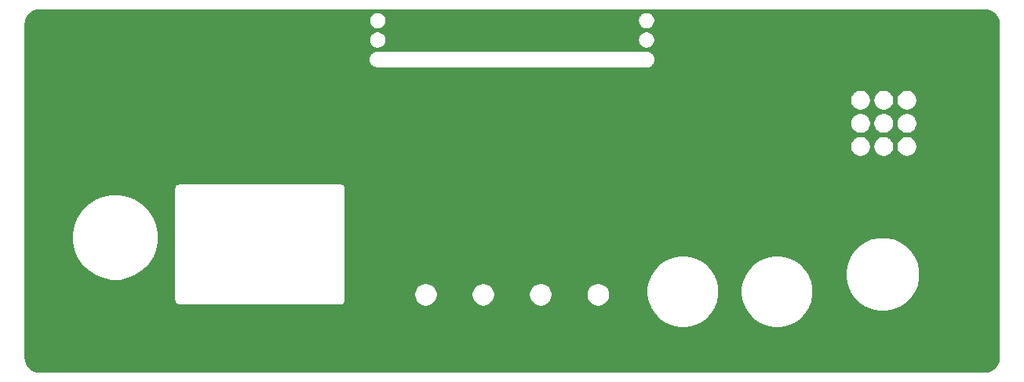
<source format=gtl>
G04 #@! TF.GenerationSoftware,KiCad,Pcbnew,5.1.5-52549c5~84~ubuntu18.04.1*
G04 #@! TF.CreationDate,2020-03-18T22:27:28-07:00*
G04 #@! TF.ProjectId,endcap,656e6463-6170-42e6-9b69-6361645f7063,rev?*
G04 #@! TF.SameCoordinates,PX2faf080PY3dfd240*
G04 #@! TF.FileFunction,Copper,L1,Top*
G04 #@! TF.FilePolarity,Positive*
%FSLAX46Y46*%
G04 Gerber Fmt 4.6, Leading zero omitted, Abs format (unit mm)*
G04 Created by KiCad (PCBNEW 5.1.5-52549c5~84~ubuntu18.04.1) date 2020-03-18 22:27:28*
%MOMM*%
%LPD*%
G04 APERTURE LIST*
%ADD10C,4.900000*%
%ADD11C,0.200000*%
G04 APERTURE END LIST*
D10*
X4000000Y-4000000D03*
X102000000Y-4000000D03*
X102000000Y-36000000D03*
X4000000Y-36000000D03*
D11*
G36*
X104295764Y-506278D02*
G01*
X104580263Y-592173D01*
X104842665Y-731695D01*
X105072961Y-919521D01*
X105262394Y-1148505D01*
X105403741Y-1409921D01*
X105491620Y-1693812D01*
X105525000Y-2011398D01*
X105525001Y-37976758D01*
X105493722Y-38295765D01*
X105407826Y-38580265D01*
X105268307Y-38842661D01*
X105080479Y-39072962D01*
X104851495Y-39262394D01*
X104590079Y-39403741D01*
X104306188Y-39491620D01*
X103988602Y-39525000D01*
X2023232Y-39525000D01*
X1704235Y-39493722D01*
X1419735Y-39407826D01*
X1157339Y-39268307D01*
X927038Y-39080479D01*
X737606Y-38851495D01*
X596259Y-38590079D01*
X508380Y-38306188D01*
X475000Y-37988602D01*
X475000Y-24542015D01*
X5550000Y-24542015D01*
X5550000Y-25457985D01*
X5728697Y-26356355D01*
X6079224Y-27202601D01*
X6588109Y-27964202D01*
X7235798Y-28611891D01*
X7997399Y-29120776D01*
X8843645Y-29471303D01*
X9742015Y-29650000D01*
X10657985Y-29650000D01*
X11556355Y-29471303D01*
X12402601Y-29120776D01*
X13164202Y-28611891D01*
X13811891Y-27964202D01*
X14320776Y-27202601D01*
X14671303Y-26356355D01*
X14850000Y-25457985D01*
X14850000Y-24542015D01*
X14671303Y-23643645D01*
X14320776Y-22797399D01*
X13811891Y-22035798D01*
X13164202Y-21388109D01*
X12402601Y-20879224D01*
X11556355Y-20528697D01*
X10657985Y-20350000D01*
X9742015Y-20350000D01*
X8843645Y-20528697D01*
X7997399Y-20879224D01*
X7235798Y-21388109D01*
X6588109Y-22035798D01*
X6079224Y-22797399D01*
X5728697Y-23643645D01*
X5550000Y-24542015D01*
X475000Y-24542015D01*
X475000Y-19700000D01*
X16572702Y-19700000D01*
X16575000Y-19723332D01*
X16575001Y-31776658D01*
X16572702Y-31800000D01*
X16581873Y-31893116D01*
X16609034Y-31982654D01*
X16653141Y-32065173D01*
X16712499Y-32137501D01*
X16784827Y-32196859D01*
X16867346Y-32240966D01*
X16956884Y-32268127D01*
X17026668Y-32275000D01*
X17050000Y-32277298D01*
X17073332Y-32275000D01*
X34526668Y-32275000D01*
X34550000Y-32277298D01*
X34573332Y-32275000D01*
X34643116Y-32268127D01*
X34732654Y-32240966D01*
X34815173Y-32196859D01*
X34887501Y-32137501D01*
X34946859Y-32065173D01*
X34990966Y-31982654D01*
X35018127Y-31893116D01*
X35027298Y-31800000D01*
X35025000Y-31776668D01*
X35025000Y-31076886D01*
X42450000Y-31076886D01*
X42450000Y-31323114D01*
X42498037Y-31564611D01*
X42592265Y-31792097D01*
X42729062Y-31996828D01*
X42903172Y-32170938D01*
X43107903Y-32307735D01*
X43335389Y-32401963D01*
X43576886Y-32450000D01*
X43823114Y-32450000D01*
X44064611Y-32401963D01*
X44292097Y-32307735D01*
X44496828Y-32170938D01*
X44670938Y-31996828D01*
X44807735Y-31792097D01*
X44901963Y-31564611D01*
X44950000Y-31323114D01*
X44950000Y-31076886D01*
X48650000Y-31076886D01*
X48650000Y-31323114D01*
X48698037Y-31564611D01*
X48792265Y-31792097D01*
X48929062Y-31996828D01*
X49103172Y-32170938D01*
X49307903Y-32307735D01*
X49535389Y-32401963D01*
X49776886Y-32450000D01*
X50023114Y-32450000D01*
X50264611Y-32401963D01*
X50492097Y-32307735D01*
X50696828Y-32170938D01*
X50870938Y-31996828D01*
X51007735Y-31792097D01*
X51101963Y-31564611D01*
X51150000Y-31323114D01*
X51150000Y-31076886D01*
X54850000Y-31076886D01*
X54850000Y-31323114D01*
X54898037Y-31564611D01*
X54992265Y-31792097D01*
X55129062Y-31996828D01*
X55303172Y-32170938D01*
X55507903Y-32307735D01*
X55735389Y-32401963D01*
X55976886Y-32450000D01*
X56223114Y-32450000D01*
X56464611Y-32401963D01*
X56692097Y-32307735D01*
X56896828Y-32170938D01*
X57070938Y-31996828D01*
X57207735Y-31792097D01*
X57301963Y-31564611D01*
X57350000Y-31323114D01*
X57350000Y-31076886D01*
X61050000Y-31076886D01*
X61050000Y-31323114D01*
X61098037Y-31564611D01*
X61192265Y-31792097D01*
X61329062Y-31996828D01*
X61503172Y-32170938D01*
X61707903Y-32307735D01*
X61935389Y-32401963D01*
X62176886Y-32450000D01*
X62423114Y-32450000D01*
X62664611Y-32401963D01*
X62892097Y-32307735D01*
X63096828Y-32170938D01*
X63270938Y-31996828D01*
X63407735Y-31792097D01*
X63501963Y-31564611D01*
X63550000Y-31323114D01*
X63550000Y-31076886D01*
X63501963Y-30835389D01*
X63407735Y-30607903D01*
X63322864Y-30480884D01*
X67540000Y-30480884D01*
X67540000Y-31249116D01*
X67689875Y-32002588D01*
X67983865Y-32712343D01*
X68410673Y-33351105D01*
X68953895Y-33894327D01*
X69592657Y-34321135D01*
X70302412Y-34615125D01*
X71055884Y-34765000D01*
X71824116Y-34765000D01*
X72577588Y-34615125D01*
X73287343Y-34321135D01*
X73926105Y-33894327D01*
X74469327Y-33351105D01*
X74896135Y-32712343D01*
X75190125Y-32002588D01*
X75340000Y-31249116D01*
X75340000Y-30480884D01*
X77700000Y-30480884D01*
X77700000Y-31249116D01*
X77849875Y-32002588D01*
X78143865Y-32712343D01*
X78570673Y-33351105D01*
X79113895Y-33894327D01*
X79752657Y-34321135D01*
X80462412Y-34615125D01*
X81215884Y-34765000D01*
X81984116Y-34765000D01*
X82737588Y-34615125D01*
X83447343Y-34321135D01*
X84086105Y-33894327D01*
X84629327Y-33351105D01*
X85056135Y-32712343D01*
X85350125Y-32002588D01*
X85500000Y-31249116D01*
X85500000Y-30480884D01*
X85350125Y-29727412D01*
X85056135Y-29017657D01*
X84781097Y-28606034D01*
X89000000Y-28606034D01*
X89000000Y-29393966D01*
X89153718Y-30166757D01*
X89455246Y-30894710D01*
X89892997Y-31549851D01*
X90450149Y-32107003D01*
X91105290Y-32544754D01*
X91833243Y-32846282D01*
X92606034Y-33000000D01*
X93393966Y-33000000D01*
X94166757Y-32846282D01*
X94894710Y-32544754D01*
X95549851Y-32107003D01*
X96107003Y-31549851D01*
X96544754Y-30894710D01*
X96846282Y-30166757D01*
X97000000Y-29393966D01*
X97000000Y-28606034D01*
X96846282Y-27833243D01*
X96544754Y-27105290D01*
X96107003Y-26450149D01*
X95549851Y-25892997D01*
X94894710Y-25455246D01*
X94166757Y-25153718D01*
X93393966Y-25000000D01*
X92606034Y-25000000D01*
X91833243Y-25153718D01*
X91105290Y-25455246D01*
X90450149Y-25892997D01*
X89892997Y-26450149D01*
X89455246Y-27105290D01*
X89153718Y-27833243D01*
X89000000Y-28606034D01*
X84781097Y-28606034D01*
X84629327Y-28378895D01*
X84086105Y-27835673D01*
X83447343Y-27408865D01*
X82737588Y-27114875D01*
X81984116Y-26965000D01*
X81215884Y-26965000D01*
X80462412Y-27114875D01*
X79752657Y-27408865D01*
X79113895Y-27835673D01*
X78570673Y-28378895D01*
X78143865Y-29017657D01*
X77849875Y-29727412D01*
X77700000Y-30480884D01*
X75340000Y-30480884D01*
X75190125Y-29727412D01*
X74896135Y-29017657D01*
X74469327Y-28378895D01*
X73926105Y-27835673D01*
X73287343Y-27408865D01*
X72577588Y-27114875D01*
X71824116Y-26965000D01*
X71055884Y-26965000D01*
X70302412Y-27114875D01*
X69592657Y-27408865D01*
X68953895Y-27835673D01*
X68410673Y-28378895D01*
X67983865Y-29017657D01*
X67689875Y-29727412D01*
X67540000Y-30480884D01*
X63322864Y-30480884D01*
X63270938Y-30403172D01*
X63096828Y-30229062D01*
X62892097Y-30092265D01*
X62664611Y-29998037D01*
X62423114Y-29950000D01*
X62176886Y-29950000D01*
X61935389Y-29998037D01*
X61707903Y-30092265D01*
X61503172Y-30229062D01*
X61329062Y-30403172D01*
X61192265Y-30607903D01*
X61098037Y-30835389D01*
X61050000Y-31076886D01*
X57350000Y-31076886D01*
X57301963Y-30835389D01*
X57207735Y-30607903D01*
X57070938Y-30403172D01*
X56896828Y-30229062D01*
X56692097Y-30092265D01*
X56464611Y-29998037D01*
X56223114Y-29950000D01*
X55976886Y-29950000D01*
X55735389Y-29998037D01*
X55507903Y-30092265D01*
X55303172Y-30229062D01*
X55129062Y-30403172D01*
X54992265Y-30607903D01*
X54898037Y-30835389D01*
X54850000Y-31076886D01*
X51150000Y-31076886D01*
X51101963Y-30835389D01*
X51007735Y-30607903D01*
X50870938Y-30403172D01*
X50696828Y-30229062D01*
X50492097Y-30092265D01*
X50264611Y-29998037D01*
X50023114Y-29950000D01*
X49776886Y-29950000D01*
X49535389Y-29998037D01*
X49307903Y-30092265D01*
X49103172Y-30229062D01*
X48929062Y-30403172D01*
X48792265Y-30607903D01*
X48698037Y-30835389D01*
X48650000Y-31076886D01*
X44950000Y-31076886D01*
X44901963Y-30835389D01*
X44807735Y-30607903D01*
X44670938Y-30403172D01*
X44496828Y-30229062D01*
X44292097Y-30092265D01*
X44064611Y-29998037D01*
X43823114Y-29950000D01*
X43576886Y-29950000D01*
X43335389Y-29998037D01*
X43107903Y-30092265D01*
X42903172Y-30229062D01*
X42729062Y-30403172D01*
X42592265Y-30607903D01*
X42498037Y-30835389D01*
X42450000Y-31076886D01*
X35025000Y-31076886D01*
X35025000Y-19723332D01*
X35027298Y-19700000D01*
X35018127Y-19606884D01*
X34990966Y-19517346D01*
X34946859Y-19434827D01*
X34887501Y-19362499D01*
X34815173Y-19303141D01*
X34732654Y-19259034D01*
X34643116Y-19231873D01*
X34573332Y-19225000D01*
X34550000Y-19222702D01*
X34526668Y-19225000D01*
X17073332Y-19225000D01*
X17050000Y-19222702D01*
X17026668Y-19225000D01*
X16956884Y-19231873D01*
X16867346Y-19259034D01*
X16784827Y-19303141D01*
X16712499Y-19362499D01*
X16653141Y-19434827D01*
X16609034Y-19517346D01*
X16581873Y-19606884D01*
X16572702Y-19700000D01*
X475000Y-19700000D01*
X475000Y-15091659D01*
X89500000Y-15091659D01*
X89500000Y-15308341D01*
X89542273Y-15520858D01*
X89625193Y-15721045D01*
X89745575Y-15901209D01*
X89898791Y-16054425D01*
X90078955Y-16174807D01*
X90279142Y-16257727D01*
X90491659Y-16300000D01*
X90708341Y-16300000D01*
X90920858Y-16257727D01*
X91121045Y-16174807D01*
X91301209Y-16054425D01*
X91454425Y-15901209D01*
X91574807Y-15721045D01*
X91657727Y-15520858D01*
X91700000Y-15308341D01*
X91700000Y-15091659D01*
X92000000Y-15091659D01*
X92000000Y-15308341D01*
X92042273Y-15520858D01*
X92125193Y-15721045D01*
X92245575Y-15901209D01*
X92398791Y-16054425D01*
X92578955Y-16174807D01*
X92779142Y-16257727D01*
X92991659Y-16300000D01*
X93208341Y-16300000D01*
X93420858Y-16257727D01*
X93621045Y-16174807D01*
X93801209Y-16054425D01*
X93954425Y-15901209D01*
X94074807Y-15721045D01*
X94157727Y-15520858D01*
X94200000Y-15308341D01*
X94200000Y-15091659D01*
X94500000Y-15091659D01*
X94500000Y-15308341D01*
X94542273Y-15520858D01*
X94625193Y-15721045D01*
X94745575Y-15901209D01*
X94898791Y-16054425D01*
X95078955Y-16174807D01*
X95279142Y-16257727D01*
X95491659Y-16300000D01*
X95708341Y-16300000D01*
X95920858Y-16257727D01*
X96121045Y-16174807D01*
X96301209Y-16054425D01*
X96454425Y-15901209D01*
X96574807Y-15721045D01*
X96657727Y-15520858D01*
X96700000Y-15308341D01*
X96700000Y-15091659D01*
X96657727Y-14879142D01*
X96574807Y-14678955D01*
X96454425Y-14498791D01*
X96301209Y-14345575D01*
X96121045Y-14225193D01*
X95920858Y-14142273D01*
X95708341Y-14100000D01*
X95491659Y-14100000D01*
X95279142Y-14142273D01*
X95078955Y-14225193D01*
X94898791Y-14345575D01*
X94745575Y-14498791D01*
X94625193Y-14678955D01*
X94542273Y-14879142D01*
X94500000Y-15091659D01*
X94200000Y-15091659D01*
X94157727Y-14879142D01*
X94074807Y-14678955D01*
X93954425Y-14498791D01*
X93801209Y-14345575D01*
X93621045Y-14225193D01*
X93420858Y-14142273D01*
X93208341Y-14100000D01*
X92991659Y-14100000D01*
X92779142Y-14142273D01*
X92578955Y-14225193D01*
X92398791Y-14345575D01*
X92245575Y-14498791D01*
X92125193Y-14678955D01*
X92042273Y-14879142D01*
X92000000Y-15091659D01*
X91700000Y-15091659D01*
X91657727Y-14879142D01*
X91574807Y-14678955D01*
X91454425Y-14498791D01*
X91301209Y-14345575D01*
X91121045Y-14225193D01*
X90920858Y-14142273D01*
X90708341Y-14100000D01*
X90491659Y-14100000D01*
X90279142Y-14142273D01*
X90078955Y-14225193D01*
X89898791Y-14345575D01*
X89745575Y-14498791D01*
X89625193Y-14678955D01*
X89542273Y-14879142D01*
X89500000Y-15091659D01*
X475000Y-15091659D01*
X475000Y-12591659D01*
X89500000Y-12591659D01*
X89500000Y-12808341D01*
X89542273Y-13020858D01*
X89625193Y-13221045D01*
X89745575Y-13401209D01*
X89898791Y-13554425D01*
X90078955Y-13674807D01*
X90279142Y-13757727D01*
X90491659Y-13800000D01*
X90708341Y-13800000D01*
X90920858Y-13757727D01*
X91121045Y-13674807D01*
X91301209Y-13554425D01*
X91454425Y-13401209D01*
X91574807Y-13221045D01*
X91657727Y-13020858D01*
X91700000Y-12808341D01*
X91700000Y-12591659D01*
X92000000Y-12591659D01*
X92000000Y-12808341D01*
X92042273Y-13020858D01*
X92125193Y-13221045D01*
X92245575Y-13401209D01*
X92398791Y-13554425D01*
X92578955Y-13674807D01*
X92779142Y-13757727D01*
X92991659Y-13800000D01*
X93208341Y-13800000D01*
X93420858Y-13757727D01*
X93621045Y-13674807D01*
X93801209Y-13554425D01*
X93954425Y-13401209D01*
X94074807Y-13221045D01*
X94157727Y-13020858D01*
X94200000Y-12808341D01*
X94200000Y-12591659D01*
X94500000Y-12591659D01*
X94500000Y-12808341D01*
X94542273Y-13020858D01*
X94625193Y-13221045D01*
X94745575Y-13401209D01*
X94898791Y-13554425D01*
X95078955Y-13674807D01*
X95279142Y-13757727D01*
X95491659Y-13800000D01*
X95708341Y-13800000D01*
X95920858Y-13757727D01*
X96121045Y-13674807D01*
X96301209Y-13554425D01*
X96454425Y-13401209D01*
X96574807Y-13221045D01*
X96657727Y-13020858D01*
X96700000Y-12808341D01*
X96700000Y-12591659D01*
X96657727Y-12379142D01*
X96574807Y-12178955D01*
X96454425Y-11998791D01*
X96301209Y-11845575D01*
X96121045Y-11725193D01*
X95920858Y-11642273D01*
X95708341Y-11600000D01*
X95491659Y-11600000D01*
X95279142Y-11642273D01*
X95078955Y-11725193D01*
X94898791Y-11845575D01*
X94745575Y-11998791D01*
X94625193Y-12178955D01*
X94542273Y-12379142D01*
X94500000Y-12591659D01*
X94200000Y-12591659D01*
X94157727Y-12379142D01*
X94074807Y-12178955D01*
X93954425Y-11998791D01*
X93801209Y-11845575D01*
X93621045Y-11725193D01*
X93420858Y-11642273D01*
X93208341Y-11600000D01*
X92991659Y-11600000D01*
X92779142Y-11642273D01*
X92578955Y-11725193D01*
X92398791Y-11845575D01*
X92245575Y-11998791D01*
X92125193Y-12178955D01*
X92042273Y-12379142D01*
X92000000Y-12591659D01*
X91700000Y-12591659D01*
X91657727Y-12379142D01*
X91574807Y-12178955D01*
X91454425Y-11998791D01*
X91301209Y-11845575D01*
X91121045Y-11725193D01*
X90920858Y-11642273D01*
X90708341Y-11600000D01*
X90491659Y-11600000D01*
X90279142Y-11642273D01*
X90078955Y-11725193D01*
X89898791Y-11845575D01*
X89745575Y-11998791D01*
X89625193Y-12178955D01*
X89542273Y-12379142D01*
X89500000Y-12591659D01*
X475000Y-12591659D01*
X475000Y-10091659D01*
X89500000Y-10091659D01*
X89500000Y-10308341D01*
X89542273Y-10520858D01*
X89625193Y-10721045D01*
X89745575Y-10901209D01*
X89898791Y-11054425D01*
X90078955Y-11174807D01*
X90279142Y-11257727D01*
X90491659Y-11300000D01*
X90708341Y-11300000D01*
X90920858Y-11257727D01*
X91121045Y-11174807D01*
X91301209Y-11054425D01*
X91454425Y-10901209D01*
X91574807Y-10721045D01*
X91657727Y-10520858D01*
X91700000Y-10308341D01*
X91700000Y-10091659D01*
X92000000Y-10091659D01*
X92000000Y-10308341D01*
X92042273Y-10520858D01*
X92125193Y-10721045D01*
X92245575Y-10901209D01*
X92398791Y-11054425D01*
X92578955Y-11174807D01*
X92779142Y-11257727D01*
X92991659Y-11300000D01*
X93208341Y-11300000D01*
X93420858Y-11257727D01*
X93621045Y-11174807D01*
X93801209Y-11054425D01*
X93954425Y-10901209D01*
X94074807Y-10721045D01*
X94157727Y-10520858D01*
X94200000Y-10308341D01*
X94200000Y-10091659D01*
X94500000Y-10091659D01*
X94500000Y-10308341D01*
X94542273Y-10520858D01*
X94625193Y-10721045D01*
X94745575Y-10901209D01*
X94898791Y-11054425D01*
X95078955Y-11174807D01*
X95279142Y-11257727D01*
X95491659Y-11300000D01*
X95708341Y-11300000D01*
X95920858Y-11257727D01*
X96121045Y-11174807D01*
X96301209Y-11054425D01*
X96454425Y-10901209D01*
X96574807Y-10721045D01*
X96657727Y-10520858D01*
X96700000Y-10308341D01*
X96700000Y-10091659D01*
X96657727Y-9879142D01*
X96574807Y-9678955D01*
X96454425Y-9498791D01*
X96301209Y-9345575D01*
X96121045Y-9225193D01*
X95920858Y-9142273D01*
X95708341Y-9100000D01*
X95491659Y-9100000D01*
X95279142Y-9142273D01*
X95078955Y-9225193D01*
X94898791Y-9345575D01*
X94745575Y-9498791D01*
X94625193Y-9678955D01*
X94542273Y-9879142D01*
X94500000Y-10091659D01*
X94200000Y-10091659D01*
X94157727Y-9879142D01*
X94074807Y-9678955D01*
X93954425Y-9498791D01*
X93801209Y-9345575D01*
X93621045Y-9225193D01*
X93420858Y-9142273D01*
X93208341Y-9100000D01*
X92991659Y-9100000D01*
X92779142Y-9142273D01*
X92578955Y-9225193D01*
X92398791Y-9345575D01*
X92245575Y-9498791D01*
X92125193Y-9678955D01*
X92042273Y-9879142D01*
X92000000Y-10091659D01*
X91700000Y-10091659D01*
X91657727Y-9879142D01*
X91574807Y-9678955D01*
X91454425Y-9498791D01*
X91301209Y-9345575D01*
X91121045Y-9225193D01*
X90920858Y-9142273D01*
X90708341Y-9100000D01*
X90491659Y-9100000D01*
X90279142Y-9142273D01*
X90078955Y-9225193D01*
X89898791Y-9345575D01*
X89745575Y-9498791D01*
X89625193Y-9678955D01*
X89542273Y-9879142D01*
X89500000Y-10091659D01*
X475000Y-10091659D01*
X475000Y-5762708D01*
X37551864Y-5762708D01*
X37552149Y-5803525D01*
X37551864Y-5844275D01*
X37552477Y-5850528D01*
X37562677Y-5947577D01*
X37570887Y-5987574D01*
X37578521Y-6027592D01*
X37580334Y-6033597D01*
X37580336Y-6033607D01*
X37580340Y-6033616D01*
X37609193Y-6126826D01*
X37625005Y-6164440D01*
X37640278Y-6202243D01*
X37643227Y-6207791D01*
X37689640Y-6293629D01*
X37712471Y-6327477D01*
X37734780Y-6361568D01*
X37738747Y-6366432D01*
X37738751Y-6366438D01*
X37738756Y-6366443D01*
X37800952Y-6441626D01*
X37829894Y-6470367D01*
X37858426Y-6499503D01*
X37863267Y-6503508D01*
X37938888Y-6565184D01*
X37972888Y-6587774D01*
X38006517Y-6610800D01*
X38012044Y-6613789D01*
X38098205Y-6659601D01*
X38135935Y-6675152D01*
X38173397Y-6691208D01*
X38179399Y-6693066D01*
X38272817Y-6721271D01*
X38312828Y-6729194D01*
X38352724Y-6737674D01*
X38358973Y-6738331D01*
X38456090Y-6747853D01*
X38456095Y-6747853D01*
X38477895Y-6750000D01*
X67522105Y-6750000D01*
X67544412Y-6747803D01*
X67550891Y-6747803D01*
X67557140Y-6747147D01*
X67654115Y-6736270D01*
X67694040Y-6727784D01*
X67734020Y-6719868D01*
X67740016Y-6718012D01*
X67740020Y-6718011D01*
X67740023Y-6718010D01*
X67833037Y-6688504D01*
X67870532Y-6672433D01*
X67908233Y-6656895D01*
X67913760Y-6653906D01*
X67999272Y-6606895D01*
X68032906Y-6583866D01*
X68066899Y-6561281D01*
X68071740Y-6557276D01*
X68146492Y-6494551D01*
X68175076Y-6465362D01*
X68203966Y-6436673D01*
X68207938Y-6431804D01*
X68269084Y-6355754D01*
X68291433Y-6321602D01*
X68314224Y-6287812D01*
X68317174Y-6282265D01*
X68362384Y-6195785D01*
X68377686Y-6157913D01*
X68393466Y-6120374D01*
X68395283Y-6114359D01*
X68422835Y-6020747D01*
X68430487Y-5980635D01*
X68438679Y-5940728D01*
X68439292Y-5934474D01*
X68448136Y-5837292D01*
X68447851Y-5796476D01*
X68448136Y-5755726D01*
X68447523Y-5749472D01*
X68437323Y-5652424D01*
X68429114Y-5612433D01*
X68421479Y-5572408D01*
X68419666Y-5566403D01*
X68419664Y-5566393D01*
X68419660Y-5566384D01*
X68390807Y-5473174D01*
X68375001Y-5435573D01*
X68359722Y-5397756D01*
X68356773Y-5392209D01*
X68310360Y-5306371D01*
X68287529Y-5272523D01*
X68265220Y-5238432D01*
X68261249Y-5233562D01*
X68199047Y-5158374D01*
X68170125Y-5129653D01*
X68141574Y-5100497D01*
X68136733Y-5096492D01*
X68061112Y-5034816D01*
X68027089Y-5012210D01*
X67993483Y-4989200D01*
X67987956Y-4986211D01*
X67901795Y-4940399D01*
X67864065Y-4924848D01*
X67826603Y-4908792D01*
X67820601Y-4906934D01*
X67727183Y-4878729D01*
X67687179Y-4870808D01*
X67647276Y-4862326D01*
X67641037Y-4861671D01*
X67641032Y-4861670D01*
X67641028Y-4861670D01*
X67543910Y-4852147D01*
X67543905Y-4852147D01*
X67522105Y-4850000D01*
X38477895Y-4850000D01*
X38455588Y-4852197D01*
X38449109Y-4852197D01*
X38442860Y-4852853D01*
X38345885Y-4863730D01*
X38305960Y-4872216D01*
X38265980Y-4880132D01*
X38259984Y-4881988D01*
X38259980Y-4881989D01*
X38259977Y-4881990D01*
X38259978Y-4881990D01*
X38166963Y-4911496D01*
X38129419Y-4927587D01*
X38091767Y-4943106D01*
X38086245Y-4946091D01*
X38086241Y-4946093D01*
X38086240Y-4946094D01*
X38000727Y-4993105D01*
X37967034Y-5016175D01*
X37933101Y-5038720D01*
X37928271Y-5042716D01*
X37928262Y-5042722D01*
X37928255Y-5042729D01*
X37853508Y-5105449D01*
X37824941Y-5134622D01*
X37796034Y-5163327D01*
X37792062Y-5168196D01*
X37730916Y-5244246D01*
X37708579Y-5278380D01*
X37685776Y-5312187D01*
X37682826Y-5317735D01*
X37637616Y-5404214D01*
X37622335Y-5442036D01*
X37606533Y-5479627D01*
X37604717Y-5485642D01*
X37577165Y-5579253D01*
X37569515Y-5619353D01*
X37561321Y-5659272D01*
X37560708Y-5665525D01*
X37551864Y-5762708D01*
X475000Y-5762708D01*
X475000Y-3611358D01*
X37600000Y-3611358D01*
X37600000Y-3788642D01*
X37634586Y-3962520D01*
X37702430Y-4126310D01*
X37800924Y-4273717D01*
X37926283Y-4399076D01*
X38073690Y-4497570D01*
X38237480Y-4565414D01*
X38411358Y-4600000D01*
X38588642Y-4600000D01*
X38762520Y-4565414D01*
X38926310Y-4497570D01*
X39073717Y-4399076D01*
X39199076Y-4273717D01*
X39297570Y-4126310D01*
X39365414Y-3962520D01*
X39400000Y-3788642D01*
X39400000Y-3611358D01*
X66600000Y-3611358D01*
X66600000Y-3788642D01*
X66634586Y-3962520D01*
X66702430Y-4126310D01*
X66800924Y-4273717D01*
X66926283Y-4399076D01*
X67073690Y-4497570D01*
X67237480Y-4565414D01*
X67411358Y-4600000D01*
X67588642Y-4600000D01*
X67762520Y-4565414D01*
X67926310Y-4497570D01*
X68073717Y-4399076D01*
X68199076Y-4273717D01*
X68297570Y-4126310D01*
X68365414Y-3962520D01*
X68400000Y-3788642D01*
X68400000Y-3611358D01*
X68365414Y-3437480D01*
X68297570Y-3273690D01*
X68199076Y-3126283D01*
X68073717Y-3000924D01*
X67926310Y-2902430D01*
X67762520Y-2834586D01*
X67588642Y-2800000D01*
X67411358Y-2800000D01*
X67237480Y-2834586D01*
X67073690Y-2902430D01*
X66926283Y-3000924D01*
X66800924Y-3126283D01*
X66702430Y-3273690D01*
X66634586Y-3437480D01*
X66600000Y-3611358D01*
X39400000Y-3611358D01*
X39365414Y-3437480D01*
X39297570Y-3273690D01*
X39199076Y-3126283D01*
X39073717Y-3000924D01*
X38926310Y-2902430D01*
X38762520Y-2834586D01*
X38588642Y-2800000D01*
X38411358Y-2800000D01*
X38237480Y-2834586D01*
X38073690Y-2902430D01*
X37926283Y-3000924D01*
X37800924Y-3126283D01*
X37702430Y-3273690D01*
X37634586Y-3437480D01*
X37600000Y-3611358D01*
X475000Y-3611358D01*
X475000Y-2023232D01*
X506278Y-1704236D01*
X564511Y-1511358D01*
X37600000Y-1511358D01*
X37600000Y-1688642D01*
X37634586Y-1862520D01*
X37702430Y-2026310D01*
X37800924Y-2173717D01*
X37926283Y-2299076D01*
X38073690Y-2397570D01*
X38237480Y-2465414D01*
X38411358Y-2500000D01*
X38588642Y-2500000D01*
X38762520Y-2465414D01*
X38926310Y-2397570D01*
X39073717Y-2299076D01*
X39199076Y-2173717D01*
X39297570Y-2026310D01*
X39365414Y-1862520D01*
X39400000Y-1688642D01*
X39400000Y-1511358D01*
X66600000Y-1511358D01*
X66600000Y-1688642D01*
X66634586Y-1862520D01*
X66702430Y-2026310D01*
X66800924Y-2173717D01*
X66926283Y-2299076D01*
X67073690Y-2397570D01*
X67237480Y-2465414D01*
X67411358Y-2500000D01*
X67588642Y-2500000D01*
X67762520Y-2465414D01*
X67926310Y-2397570D01*
X68073717Y-2299076D01*
X68199076Y-2173717D01*
X68297570Y-2026310D01*
X68365414Y-1862520D01*
X68400000Y-1688642D01*
X68400000Y-1511358D01*
X68365414Y-1337480D01*
X68297570Y-1173690D01*
X68199076Y-1026283D01*
X68073717Y-900924D01*
X67926310Y-802430D01*
X67762520Y-734586D01*
X67588642Y-700000D01*
X67411358Y-700000D01*
X67237480Y-734586D01*
X67073690Y-802430D01*
X66926283Y-900924D01*
X66800924Y-1026283D01*
X66702430Y-1173690D01*
X66634586Y-1337480D01*
X66600000Y-1511358D01*
X39400000Y-1511358D01*
X39365414Y-1337480D01*
X39297570Y-1173690D01*
X39199076Y-1026283D01*
X39073717Y-900924D01*
X38926310Y-802430D01*
X38762520Y-734586D01*
X38588642Y-700000D01*
X38411358Y-700000D01*
X38237480Y-734586D01*
X38073690Y-802430D01*
X37926283Y-900924D01*
X37800924Y-1026283D01*
X37702430Y-1173690D01*
X37634586Y-1337480D01*
X37600000Y-1511358D01*
X564511Y-1511358D01*
X592173Y-1419737D01*
X731695Y-1157335D01*
X919521Y-927039D01*
X1148505Y-737606D01*
X1409921Y-596259D01*
X1693812Y-508380D01*
X2011398Y-475000D01*
X103976768Y-475000D01*
X104295764Y-506278D01*
G37*
X104295764Y-506278D02*
X104580263Y-592173D01*
X104842665Y-731695D01*
X105072961Y-919521D01*
X105262394Y-1148505D01*
X105403741Y-1409921D01*
X105491620Y-1693812D01*
X105525000Y-2011398D01*
X105525001Y-37976758D01*
X105493722Y-38295765D01*
X105407826Y-38580265D01*
X105268307Y-38842661D01*
X105080479Y-39072962D01*
X104851495Y-39262394D01*
X104590079Y-39403741D01*
X104306188Y-39491620D01*
X103988602Y-39525000D01*
X2023232Y-39525000D01*
X1704235Y-39493722D01*
X1419735Y-39407826D01*
X1157339Y-39268307D01*
X927038Y-39080479D01*
X737606Y-38851495D01*
X596259Y-38590079D01*
X508380Y-38306188D01*
X475000Y-37988602D01*
X475000Y-24542015D01*
X5550000Y-24542015D01*
X5550000Y-25457985D01*
X5728697Y-26356355D01*
X6079224Y-27202601D01*
X6588109Y-27964202D01*
X7235798Y-28611891D01*
X7997399Y-29120776D01*
X8843645Y-29471303D01*
X9742015Y-29650000D01*
X10657985Y-29650000D01*
X11556355Y-29471303D01*
X12402601Y-29120776D01*
X13164202Y-28611891D01*
X13811891Y-27964202D01*
X14320776Y-27202601D01*
X14671303Y-26356355D01*
X14850000Y-25457985D01*
X14850000Y-24542015D01*
X14671303Y-23643645D01*
X14320776Y-22797399D01*
X13811891Y-22035798D01*
X13164202Y-21388109D01*
X12402601Y-20879224D01*
X11556355Y-20528697D01*
X10657985Y-20350000D01*
X9742015Y-20350000D01*
X8843645Y-20528697D01*
X7997399Y-20879224D01*
X7235798Y-21388109D01*
X6588109Y-22035798D01*
X6079224Y-22797399D01*
X5728697Y-23643645D01*
X5550000Y-24542015D01*
X475000Y-24542015D01*
X475000Y-19700000D01*
X16572702Y-19700000D01*
X16575000Y-19723332D01*
X16575001Y-31776658D01*
X16572702Y-31800000D01*
X16581873Y-31893116D01*
X16609034Y-31982654D01*
X16653141Y-32065173D01*
X16712499Y-32137501D01*
X16784827Y-32196859D01*
X16867346Y-32240966D01*
X16956884Y-32268127D01*
X17026668Y-32275000D01*
X17050000Y-32277298D01*
X17073332Y-32275000D01*
X34526668Y-32275000D01*
X34550000Y-32277298D01*
X34573332Y-32275000D01*
X34643116Y-32268127D01*
X34732654Y-32240966D01*
X34815173Y-32196859D01*
X34887501Y-32137501D01*
X34946859Y-32065173D01*
X34990966Y-31982654D01*
X35018127Y-31893116D01*
X35027298Y-31800000D01*
X35025000Y-31776668D01*
X35025000Y-31076886D01*
X42450000Y-31076886D01*
X42450000Y-31323114D01*
X42498037Y-31564611D01*
X42592265Y-31792097D01*
X42729062Y-31996828D01*
X42903172Y-32170938D01*
X43107903Y-32307735D01*
X43335389Y-32401963D01*
X43576886Y-32450000D01*
X43823114Y-32450000D01*
X44064611Y-32401963D01*
X44292097Y-32307735D01*
X44496828Y-32170938D01*
X44670938Y-31996828D01*
X44807735Y-31792097D01*
X44901963Y-31564611D01*
X44950000Y-31323114D01*
X44950000Y-31076886D01*
X48650000Y-31076886D01*
X48650000Y-31323114D01*
X48698037Y-31564611D01*
X48792265Y-31792097D01*
X48929062Y-31996828D01*
X49103172Y-32170938D01*
X49307903Y-32307735D01*
X49535389Y-32401963D01*
X49776886Y-32450000D01*
X50023114Y-32450000D01*
X50264611Y-32401963D01*
X50492097Y-32307735D01*
X50696828Y-32170938D01*
X50870938Y-31996828D01*
X51007735Y-31792097D01*
X51101963Y-31564611D01*
X51150000Y-31323114D01*
X51150000Y-31076886D01*
X54850000Y-31076886D01*
X54850000Y-31323114D01*
X54898037Y-31564611D01*
X54992265Y-31792097D01*
X55129062Y-31996828D01*
X55303172Y-32170938D01*
X55507903Y-32307735D01*
X55735389Y-32401963D01*
X55976886Y-32450000D01*
X56223114Y-32450000D01*
X56464611Y-32401963D01*
X56692097Y-32307735D01*
X56896828Y-32170938D01*
X57070938Y-31996828D01*
X57207735Y-31792097D01*
X57301963Y-31564611D01*
X57350000Y-31323114D01*
X57350000Y-31076886D01*
X61050000Y-31076886D01*
X61050000Y-31323114D01*
X61098037Y-31564611D01*
X61192265Y-31792097D01*
X61329062Y-31996828D01*
X61503172Y-32170938D01*
X61707903Y-32307735D01*
X61935389Y-32401963D01*
X62176886Y-32450000D01*
X62423114Y-32450000D01*
X62664611Y-32401963D01*
X62892097Y-32307735D01*
X63096828Y-32170938D01*
X63270938Y-31996828D01*
X63407735Y-31792097D01*
X63501963Y-31564611D01*
X63550000Y-31323114D01*
X63550000Y-31076886D01*
X63501963Y-30835389D01*
X63407735Y-30607903D01*
X63322864Y-30480884D01*
X67540000Y-30480884D01*
X67540000Y-31249116D01*
X67689875Y-32002588D01*
X67983865Y-32712343D01*
X68410673Y-33351105D01*
X68953895Y-33894327D01*
X69592657Y-34321135D01*
X70302412Y-34615125D01*
X71055884Y-34765000D01*
X71824116Y-34765000D01*
X72577588Y-34615125D01*
X73287343Y-34321135D01*
X73926105Y-33894327D01*
X74469327Y-33351105D01*
X74896135Y-32712343D01*
X75190125Y-32002588D01*
X75340000Y-31249116D01*
X75340000Y-30480884D01*
X77700000Y-30480884D01*
X77700000Y-31249116D01*
X77849875Y-32002588D01*
X78143865Y-32712343D01*
X78570673Y-33351105D01*
X79113895Y-33894327D01*
X79752657Y-34321135D01*
X80462412Y-34615125D01*
X81215884Y-34765000D01*
X81984116Y-34765000D01*
X82737588Y-34615125D01*
X83447343Y-34321135D01*
X84086105Y-33894327D01*
X84629327Y-33351105D01*
X85056135Y-32712343D01*
X85350125Y-32002588D01*
X85500000Y-31249116D01*
X85500000Y-30480884D01*
X85350125Y-29727412D01*
X85056135Y-29017657D01*
X84781097Y-28606034D01*
X89000000Y-28606034D01*
X89000000Y-29393966D01*
X89153718Y-30166757D01*
X89455246Y-30894710D01*
X89892997Y-31549851D01*
X90450149Y-32107003D01*
X91105290Y-32544754D01*
X91833243Y-32846282D01*
X92606034Y-33000000D01*
X93393966Y-33000000D01*
X94166757Y-32846282D01*
X94894710Y-32544754D01*
X95549851Y-32107003D01*
X96107003Y-31549851D01*
X96544754Y-30894710D01*
X96846282Y-30166757D01*
X97000000Y-29393966D01*
X97000000Y-28606034D01*
X96846282Y-27833243D01*
X96544754Y-27105290D01*
X96107003Y-26450149D01*
X95549851Y-25892997D01*
X94894710Y-25455246D01*
X94166757Y-25153718D01*
X93393966Y-25000000D01*
X92606034Y-25000000D01*
X91833243Y-25153718D01*
X91105290Y-25455246D01*
X90450149Y-25892997D01*
X89892997Y-26450149D01*
X89455246Y-27105290D01*
X89153718Y-27833243D01*
X89000000Y-28606034D01*
X84781097Y-28606034D01*
X84629327Y-28378895D01*
X84086105Y-27835673D01*
X83447343Y-27408865D01*
X82737588Y-27114875D01*
X81984116Y-26965000D01*
X81215884Y-26965000D01*
X80462412Y-27114875D01*
X79752657Y-27408865D01*
X79113895Y-27835673D01*
X78570673Y-28378895D01*
X78143865Y-29017657D01*
X77849875Y-29727412D01*
X77700000Y-30480884D01*
X75340000Y-30480884D01*
X75190125Y-29727412D01*
X74896135Y-29017657D01*
X74469327Y-28378895D01*
X73926105Y-27835673D01*
X73287343Y-27408865D01*
X72577588Y-27114875D01*
X71824116Y-26965000D01*
X71055884Y-26965000D01*
X70302412Y-27114875D01*
X69592657Y-27408865D01*
X68953895Y-27835673D01*
X68410673Y-28378895D01*
X67983865Y-29017657D01*
X67689875Y-29727412D01*
X67540000Y-30480884D01*
X63322864Y-30480884D01*
X63270938Y-30403172D01*
X63096828Y-30229062D01*
X62892097Y-30092265D01*
X62664611Y-29998037D01*
X62423114Y-29950000D01*
X62176886Y-29950000D01*
X61935389Y-29998037D01*
X61707903Y-30092265D01*
X61503172Y-30229062D01*
X61329062Y-30403172D01*
X61192265Y-30607903D01*
X61098037Y-30835389D01*
X61050000Y-31076886D01*
X57350000Y-31076886D01*
X57301963Y-30835389D01*
X57207735Y-30607903D01*
X57070938Y-30403172D01*
X56896828Y-30229062D01*
X56692097Y-30092265D01*
X56464611Y-29998037D01*
X56223114Y-29950000D01*
X55976886Y-29950000D01*
X55735389Y-29998037D01*
X55507903Y-30092265D01*
X55303172Y-30229062D01*
X55129062Y-30403172D01*
X54992265Y-30607903D01*
X54898037Y-30835389D01*
X54850000Y-31076886D01*
X51150000Y-31076886D01*
X51101963Y-30835389D01*
X51007735Y-30607903D01*
X50870938Y-30403172D01*
X50696828Y-30229062D01*
X50492097Y-30092265D01*
X50264611Y-29998037D01*
X50023114Y-29950000D01*
X49776886Y-29950000D01*
X49535389Y-29998037D01*
X49307903Y-30092265D01*
X49103172Y-30229062D01*
X48929062Y-30403172D01*
X48792265Y-30607903D01*
X48698037Y-30835389D01*
X48650000Y-31076886D01*
X44950000Y-31076886D01*
X44901963Y-30835389D01*
X44807735Y-30607903D01*
X44670938Y-30403172D01*
X44496828Y-30229062D01*
X44292097Y-30092265D01*
X44064611Y-29998037D01*
X43823114Y-29950000D01*
X43576886Y-29950000D01*
X43335389Y-29998037D01*
X43107903Y-30092265D01*
X42903172Y-30229062D01*
X42729062Y-30403172D01*
X42592265Y-30607903D01*
X42498037Y-30835389D01*
X42450000Y-31076886D01*
X35025000Y-31076886D01*
X35025000Y-19723332D01*
X35027298Y-19700000D01*
X35018127Y-19606884D01*
X34990966Y-19517346D01*
X34946859Y-19434827D01*
X34887501Y-19362499D01*
X34815173Y-19303141D01*
X34732654Y-19259034D01*
X34643116Y-19231873D01*
X34573332Y-19225000D01*
X34550000Y-19222702D01*
X34526668Y-19225000D01*
X17073332Y-19225000D01*
X17050000Y-19222702D01*
X17026668Y-19225000D01*
X16956884Y-19231873D01*
X16867346Y-19259034D01*
X16784827Y-19303141D01*
X16712499Y-19362499D01*
X16653141Y-19434827D01*
X16609034Y-19517346D01*
X16581873Y-19606884D01*
X16572702Y-19700000D01*
X475000Y-19700000D01*
X475000Y-15091659D01*
X89500000Y-15091659D01*
X89500000Y-15308341D01*
X89542273Y-15520858D01*
X89625193Y-15721045D01*
X89745575Y-15901209D01*
X89898791Y-16054425D01*
X90078955Y-16174807D01*
X90279142Y-16257727D01*
X90491659Y-16300000D01*
X90708341Y-16300000D01*
X90920858Y-16257727D01*
X91121045Y-16174807D01*
X91301209Y-16054425D01*
X91454425Y-15901209D01*
X91574807Y-15721045D01*
X91657727Y-15520858D01*
X91700000Y-15308341D01*
X91700000Y-15091659D01*
X92000000Y-15091659D01*
X92000000Y-15308341D01*
X92042273Y-15520858D01*
X92125193Y-15721045D01*
X92245575Y-15901209D01*
X92398791Y-16054425D01*
X92578955Y-16174807D01*
X92779142Y-16257727D01*
X92991659Y-16300000D01*
X93208341Y-16300000D01*
X93420858Y-16257727D01*
X93621045Y-16174807D01*
X93801209Y-16054425D01*
X93954425Y-15901209D01*
X94074807Y-15721045D01*
X94157727Y-15520858D01*
X94200000Y-15308341D01*
X94200000Y-15091659D01*
X94500000Y-15091659D01*
X94500000Y-15308341D01*
X94542273Y-15520858D01*
X94625193Y-15721045D01*
X94745575Y-15901209D01*
X94898791Y-16054425D01*
X95078955Y-16174807D01*
X95279142Y-16257727D01*
X95491659Y-16300000D01*
X95708341Y-16300000D01*
X95920858Y-16257727D01*
X96121045Y-16174807D01*
X96301209Y-16054425D01*
X96454425Y-15901209D01*
X96574807Y-15721045D01*
X96657727Y-15520858D01*
X96700000Y-15308341D01*
X96700000Y-15091659D01*
X96657727Y-14879142D01*
X96574807Y-14678955D01*
X96454425Y-14498791D01*
X96301209Y-14345575D01*
X96121045Y-14225193D01*
X95920858Y-14142273D01*
X95708341Y-14100000D01*
X95491659Y-14100000D01*
X95279142Y-14142273D01*
X95078955Y-14225193D01*
X94898791Y-14345575D01*
X94745575Y-14498791D01*
X94625193Y-14678955D01*
X94542273Y-14879142D01*
X94500000Y-15091659D01*
X94200000Y-15091659D01*
X94157727Y-14879142D01*
X94074807Y-14678955D01*
X93954425Y-14498791D01*
X93801209Y-14345575D01*
X93621045Y-14225193D01*
X93420858Y-14142273D01*
X93208341Y-14100000D01*
X92991659Y-14100000D01*
X92779142Y-14142273D01*
X92578955Y-14225193D01*
X92398791Y-14345575D01*
X92245575Y-14498791D01*
X92125193Y-14678955D01*
X92042273Y-14879142D01*
X92000000Y-15091659D01*
X91700000Y-15091659D01*
X91657727Y-14879142D01*
X91574807Y-14678955D01*
X91454425Y-14498791D01*
X91301209Y-14345575D01*
X91121045Y-14225193D01*
X90920858Y-14142273D01*
X90708341Y-14100000D01*
X90491659Y-14100000D01*
X90279142Y-14142273D01*
X90078955Y-14225193D01*
X89898791Y-14345575D01*
X89745575Y-14498791D01*
X89625193Y-14678955D01*
X89542273Y-14879142D01*
X89500000Y-15091659D01*
X475000Y-15091659D01*
X475000Y-12591659D01*
X89500000Y-12591659D01*
X89500000Y-12808341D01*
X89542273Y-13020858D01*
X89625193Y-13221045D01*
X89745575Y-13401209D01*
X89898791Y-13554425D01*
X90078955Y-13674807D01*
X90279142Y-13757727D01*
X90491659Y-13800000D01*
X90708341Y-13800000D01*
X90920858Y-13757727D01*
X91121045Y-13674807D01*
X91301209Y-13554425D01*
X91454425Y-13401209D01*
X91574807Y-13221045D01*
X91657727Y-13020858D01*
X91700000Y-12808341D01*
X91700000Y-12591659D01*
X92000000Y-12591659D01*
X92000000Y-12808341D01*
X92042273Y-13020858D01*
X92125193Y-13221045D01*
X92245575Y-13401209D01*
X92398791Y-13554425D01*
X92578955Y-13674807D01*
X92779142Y-13757727D01*
X92991659Y-13800000D01*
X93208341Y-13800000D01*
X93420858Y-13757727D01*
X93621045Y-13674807D01*
X93801209Y-13554425D01*
X93954425Y-13401209D01*
X94074807Y-13221045D01*
X94157727Y-13020858D01*
X94200000Y-12808341D01*
X94200000Y-12591659D01*
X94500000Y-12591659D01*
X94500000Y-12808341D01*
X94542273Y-13020858D01*
X94625193Y-13221045D01*
X94745575Y-13401209D01*
X94898791Y-13554425D01*
X95078955Y-13674807D01*
X95279142Y-13757727D01*
X95491659Y-13800000D01*
X95708341Y-13800000D01*
X95920858Y-13757727D01*
X96121045Y-13674807D01*
X96301209Y-13554425D01*
X96454425Y-13401209D01*
X96574807Y-13221045D01*
X96657727Y-13020858D01*
X96700000Y-12808341D01*
X96700000Y-12591659D01*
X96657727Y-12379142D01*
X96574807Y-12178955D01*
X96454425Y-11998791D01*
X96301209Y-11845575D01*
X96121045Y-11725193D01*
X95920858Y-11642273D01*
X95708341Y-11600000D01*
X95491659Y-11600000D01*
X95279142Y-11642273D01*
X95078955Y-11725193D01*
X94898791Y-11845575D01*
X94745575Y-11998791D01*
X94625193Y-12178955D01*
X94542273Y-12379142D01*
X94500000Y-12591659D01*
X94200000Y-12591659D01*
X94157727Y-12379142D01*
X94074807Y-12178955D01*
X93954425Y-11998791D01*
X93801209Y-11845575D01*
X93621045Y-11725193D01*
X93420858Y-11642273D01*
X93208341Y-11600000D01*
X92991659Y-11600000D01*
X92779142Y-11642273D01*
X92578955Y-11725193D01*
X92398791Y-11845575D01*
X92245575Y-11998791D01*
X92125193Y-12178955D01*
X92042273Y-12379142D01*
X92000000Y-12591659D01*
X91700000Y-12591659D01*
X91657727Y-12379142D01*
X91574807Y-12178955D01*
X91454425Y-11998791D01*
X91301209Y-11845575D01*
X91121045Y-11725193D01*
X90920858Y-11642273D01*
X90708341Y-11600000D01*
X90491659Y-11600000D01*
X90279142Y-11642273D01*
X90078955Y-11725193D01*
X89898791Y-11845575D01*
X89745575Y-11998791D01*
X89625193Y-12178955D01*
X89542273Y-12379142D01*
X89500000Y-12591659D01*
X475000Y-12591659D01*
X475000Y-10091659D01*
X89500000Y-10091659D01*
X89500000Y-10308341D01*
X89542273Y-10520858D01*
X89625193Y-10721045D01*
X89745575Y-10901209D01*
X89898791Y-11054425D01*
X90078955Y-11174807D01*
X90279142Y-11257727D01*
X90491659Y-11300000D01*
X90708341Y-11300000D01*
X90920858Y-11257727D01*
X91121045Y-11174807D01*
X91301209Y-11054425D01*
X91454425Y-10901209D01*
X91574807Y-10721045D01*
X91657727Y-10520858D01*
X91700000Y-10308341D01*
X91700000Y-10091659D01*
X92000000Y-10091659D01*
X92000000Y-10308341D01*
X92042273Y-10520858D01*
X92125193Y-10721045D01*
X92245575Y-10901209D01*
X92398791Y-11054425D01*
X92578955Y-11174807D01*
X92779142Y-11257727D01*
X92991659Y-11300000D01*
X93208341Y-11300000D01*
X93420858Y-11257727D01*
X93621045Y-11174807D01*
X93801209Y-11054425D01*
X93954425Y-10901209D01*
X94074807Y-10721045D01*
X94157727Y-10520858D01*
X94200000Y-10308341D01*
X94200000Y-10091659D01*
X94500000Y-10091659D01*
X94500000Y-10308341D01*
X94542273Y-10520858D01*
X94625193Y-10721045D01*
X94745575Y-10901209D01*
X94898791Y-11054425D01*
X95078955Y-11174807D01*
X95279142Y-11257727D01*
X95491659Y-11300000D01*
X95708341Y-11300000D01*
X95920858Y-11257727D01*
X96121045Y-11174807D01*
X96301209Y-11054425D01*
X96454425Y-10901209D01*
X96574807Y-10721045D01*
X96657727Y-10520858D01*
X96700000Y-10308341D01*
X96700000Y-10091659D01*
X96657727Y-9879142D01*
X96574807Y-9678955D01*
X96454425Y-9498791D01*
X96301209Y-9345575D01*
X96121045Y-9225193D01*
X95920858Y-9142273D01*
X95708341Y-9100000D01*
X95491659Y-9100000D01*
X95279142Y-9142273D01*
X95078955Y-9225193D01*
X94898791Y-9345575D01*
X94745575Y-9498791D01*
X94625193Y-9678955D01*
X94542273Y-9879142D01*
X94500000Y-10091659D01*
X94200000Y-10091659D01*
X94157727Y-9879142D01*
X94074807Y-9678955D01*
X93954425Y-9498791D01*
X93801209Y-9345575D01*
X93621045Y-9225193D01*
X93420858Y-9142273D01*
X93208341Y-9100000D01*
X92991659Y-9100000D01*
X92779142Y-9142273D01*
X92578955Y-9225193D01*
X92398791Y-9345575D01*
X92245575Y-9498791D01*
X92125193Y-9678955D01*
X92042273Y-9879142D01*
X92000000Y-10091659D01*
X91700000Y-10091659D01*
X91657727Y-9879142D01*
X91574807Y-9678955D01*
X91454425Y-9498791D01*
X91301209Y-9345575D01*
X91121045Y-9225193D01*
X90920858Y-9142273D01*
X90708341Y-9100000D01*
X90491659Y-9100000D01*
X90279142Y-9142273D01*
X90078955Y-9225193D01*
X89898791Y-9345575D01*
X89745575Y-9498791D01*
X89625193Y-9678955D01*
X89542273Y-9879142D01*
X89500000Y-10091659D01*
X475000Y-10091659D01*
X475000Y-5762708D01*
X37551864Y-5762708D01*
X37552149Y-5803525D01*
X37551864Y-5844275D01*
X37552477Y-5850528D01*
X37562677Y-5947577D01*
X37570887Y-5987574D01*
X37578521Y-6027592D01*
X37580334Y-6033597D01*
X37580336Y-6033607D01*
X37580340Y-6033616D01*
X37609193Y-6126826D01*
X37625005Y-6164440D01*
X37640278Y-6202243D01*
X37643227Y-6207791D01*
X37689640Y-6293629D01*
X37712471Y-6327477D01*
X37734780Y-6361568D01*
X37738747Y-6366432D01*
X37738751Y-6366438D01*
X37738756Y-6366443D01*
X37800952Y-6441626D01*
X37829894Y-6470367D01*
X37858426Y-6499503D01*
X37863267Y-6503508D01*
X37938888Y-6565184D01*
X37972888Y-6587774D01*
X38006517Y-6610800D01*
X38012044Y-6613789D01*
X38098205Y-6659601D01*
X38135935Y-6675152D01*
X38173397Y-6691208D01*
X38179399Y-6693066D01*
X38272817Y-6721271D01*
X38312828Y-6729194D01*
X38352724Y-6737674D01*
X38358973Y-6738331D01*
X38456090Y-6747853D01*
X38456095Y-6747853D01*
X38477895Y-6750000D01*
X67522105Y-6750000D01*
X67544412Y-6747803D01*
X67550891Y-6747803D01*
X67557140Y-6747147D01*
X67654115Y-6736270D01*
X67694040Y-6727784D01*
X67734020Y-6719868D01*
X67740016Y-6718012D01*
X67740020Y-6718011D01*
X67740023Y-6718010D01*
X67833037Y-6688504D01*
X67870532Y-6672433D01*
X67908233Y-6656895D01*
X67913760Y-6653906D01*
X67999272Y-6606895D01*
X68032906Y-6583866D01*
X68066899Y-6561281D01*
X68071740Y-6557276D01*
X68146492Y-6494551D01*
X68175076Y-6465362D01*
X68203966Y-6436673D01*
X68207938Y-6431804D01*
X68269084Y-6355754D01*
X68291433Y-6321602D01*
X68314224Y-6287812D01*
X68317174Y-6282265D01*
X68362384Y-6195785D01*
X68377686Y-6157913D01*
X68393466Y-6120374D01*
X68395283Y-6114359D01*
X68422835Y-6020747D01*
X68430487Y-5980635D01*
X68438679Y-5940728D01*
X68439292Y-5934474D01*
X68448136Y-5837292D01*
X68447851Y-5796476D01*
X68448136Y-5755726D01*
X68447523Y-5749472D01*
X68437323Y-5652424D01*
X68429114Y-5612433D01*
X68421479Y-5572408D01*
X68419666Y-5566403D01*
X68419664Y-5566393D01*
X68419660Y-5566384D01*
X68390807Y-5473174D01*
X68375001Y-5435573D01*
X68359722Y-5397756D01*
X68356773Y-5392209D01*
X68310360Y-5306371D01*
X68287529Y-5272523D01*
X68265220Y-5238432D01*
X68261249Y-5233562D01*
X68199047Y-5158374D01*
X68170125Y-5129653D01*
X68141574Y-5100497D01*
X68136733Y-5096492D01*
X68061112Y-5034816D01*
X68027089Y-5012210D01*
X67993483Y-4989200D01*
X67987956Y-4986211D01*
X67901795Y-4940399D01*
X67864065Y-4924848D01*
X67826603Y-4908792D01*
X67820601Y-4906934D01*
X67727183Y-4878729D01*
X67687179Y-4870808D01*
X67647276Y-4862326D01*
X67641037Y-4861671D01*
X67641032Y-4861670D01*
X67641028Y-4861670D01*
X67543910Y-4852147D01*
X67543905Y-4852147D01*
X67522105Y-4850000D01*
X38477895Y-4850000D01*
X38455588Y-4852197D01*
X38449109Y-4852197D01*
X38442860Y-4852853D01*
X38345885Y-4863730D01*
X38305960Y-4872216D01*
X38265980Y-4880132D01*
X38259984Y-4881988D01*
X38259980Y-4881989D01*
X38259977Y-4881990D01*
X38259978Y-4881990D01*
X38166963Y-4911496D01*
X38129419Y-4927587D01*
X38091767Y-4943106D01*
X38086245Y-4946091D01*
X38086241Y-4946093D01*
X38086240Y-4946094D01*
X38000727Y-4993105D01*
X37967034Y-5016175D01*
X37933101Y-5038720D01*
X37928271Y-5042716D01*
X37928262Y-5042722D01*
X37928255Y-5042729D01*
X37853508Y-5105449D01*
X37824941Y-5134622D01*
X37796034Y-5163327D01*
X37792062Y-5168196D01*
X37730916Y-5244246D01*
X37708579Y-5278380D01*
X37685776Y-5312187D01*
X37682826Y-5317735D01*
X37637616Y-5404214D01*
X37622335Y-5442036D01*
X37606533Y-5479627D01*
X37604717Y-5485642D01*
X37577165Y-5579253D01*
X37569515Y-5619353D01*
X37561321Y-5659272D01*
X37560708Y-5665525D01*
X37551864Y-5762708D01*
X475000Y-5762708D01*
X475000Y-3611358D01*
X37600000Y-3611358D01*
X37600000Y-3788642D01*
X37634586Y-3962520D01*
X37702430Y-4126310D01*
X37800924Y-4273717D01*
X37926283Y-4399076D01*
X38073690Y-4497570D01*
X38237480Y-4565414D01*
X38411358Y-4600000D01*
X38588642Y-4600000D01*
X38762520Y-4565414D01*
X38926310Y-4497570D01*
X39073717Y-4399076D01*
X39199076Y-4273717D01*
X39297570Y-4126310D01*
X39365414Y-3962520D01*
X39400000Y-3788642D01*
X39400000Y-3611358D01*
X66600000Y-3611358D01*
X66600000Y-3788642D01*
X66634586Y-3962520D01*
X66702430Y-4126310D01*
X66800924Y-4273717D01*
X66926283Y-4399076D01*
X67073690Y-4497570D01*
X67237480Y-4565414D01*
X67411358Y-4600000D01*
X67588642Y-4600000D01*
X67762520Y-4565414D01*
X67926310Y-4497570D01*
X68073717Y-4399076D01*
X68199076Y-4273717D01*
X68297570Y-4126310D01*
X68365414Y-3962520D01*
X68400000Y-3788642D01*
X68400000Y-3611358D01*
X68365414Y-3437480D01*
X68297570Y-3273690D01*
X68199076Y-3126283D01*
X68073717Y-3000924D01*
X67926310Y-2902430D01*
X67762520Y-2834586D01*
X67588642Y-2800000D01*
X67411358Y-2800000D01*
X67237480Y-2834586D01*
X67073690Y-2902430D01*
X66926283Y-3000924D01*
X66800924Y-3126283D01*
X66702430Y-3273690D01*
X66634586Y-3437480D01*
X66600000Y-3611358D01*
X39400000Y-3611358D01*
X39365414Y-3437480D01*
X39297570Y-3273690D01*
X39199076Y-3126283D01*
X39073717Y-3000924D01*
X38926310Y-2902430D01*
X38762520Y-2834586D01*
X38588642Y-2800000D01*
X38411358Y-2800000D01*
X38237480Y-2834586D01*
X38073690Y-2902430D01*
X37926283Y-3000924D01*
X37800924Y-3126283D01*
X37702430Y-3273690D01*
X37634586Y-3437480D01*
X37600000Y-3611358D01*
X475000Y-3611358D01*
X475000Y-2023232D01*
X506278Y-1704236D01*
X564511Y-1511358D01*
X37600000Y-1511358D01*
X37600000Y-1688642D01*
X37634586Y-1862520D01*
X37702430Y-2026310D01*
X37800924Y-2173717D01*
X37926283Y-2299076D01*
X38073690Y-2397570D01*
X38237480Y-2465414D01*
X38411358Y-2500000D01*
X38588642Y-2500000D01*
X38762520Y-2465414D01*
X38926310Y-2397570D01*
X39073717Y-2299076D01*
X39199076Y-2173717D01*
X39297570Y-2026310D01*
X39365414Y-1862520D01*
X39400000Y-1688642D01*
X39400000Y-1511358D01*
X66600000Y-1511358D01*
X66600000Y-1688642D01*
X66634586Y-1862520D01*
X66702430Y-2026310D01*
X66800924Y-2173717D01*
X66926283Y-2299076D01*
X67073690Y-2397570D01*
X67237480Y-2465414D01*
X67411358Y-2500000D01*
X67588642Y-2500000D01*
X67762520Y-2465414D01*
X67926310Y-2397570D01*
X68073717Y-2299076D01*
X68199076Y-2173717D01*
X68297570Y-2026310D01*
X68365414Y-1862520D01*
X68400000Y-1688642D01*
X68400000Y-1511358D01*
X68365414Y-1337480D01*
X68297570Y-1173690D01*
X68199076Y-1026283D01*
X68073717Y-900924D01*
X67926310Y-802430D01*
X67762520Y-734586D01*
X67588642Y-700000D01*
X67411358Y-700000D01*
X67237480Y-734586D01*
X67073690Y-802430D01*
X66926283Y-900924D01*
X66800924Y-1026283D01*
X66702430Y-1173690D01*
X66634586Y-1337480D01*
X66600000Y-1511358D01*
X39400000Y-1511358D01*
X39365414Y-1337480D01*
X39297570Y-1173690D01*
X39199076Y-1026283D01*
X39073717Y-900924D01*
X38926310Y-802430D01*
X38762520Y-734586D01*
X38588642Y-700000D01*
X38411358Y-700000D01*
X38237480Y-734586D01*
X38073690Y-802430D01*
X37926283Y-900924D01*
X37800924Y-1026283D01*
X37702430Y-1173690D01*
X37634586Y-1337480D01*
X37600000Y-1511358D01*
X564511Y-1511358D01*
X592173Y-1419737D01*
X731695Y-1157335D01*
X919521Y-927039D01*
X1148505Y-737606D01*
X1409921Y-596259D01*
X1693812Y-508380D01*
X2011398Y-475000D01*
X103976768Y-475000D01*
X104295764Y-506278D01*
M02*

</source>
